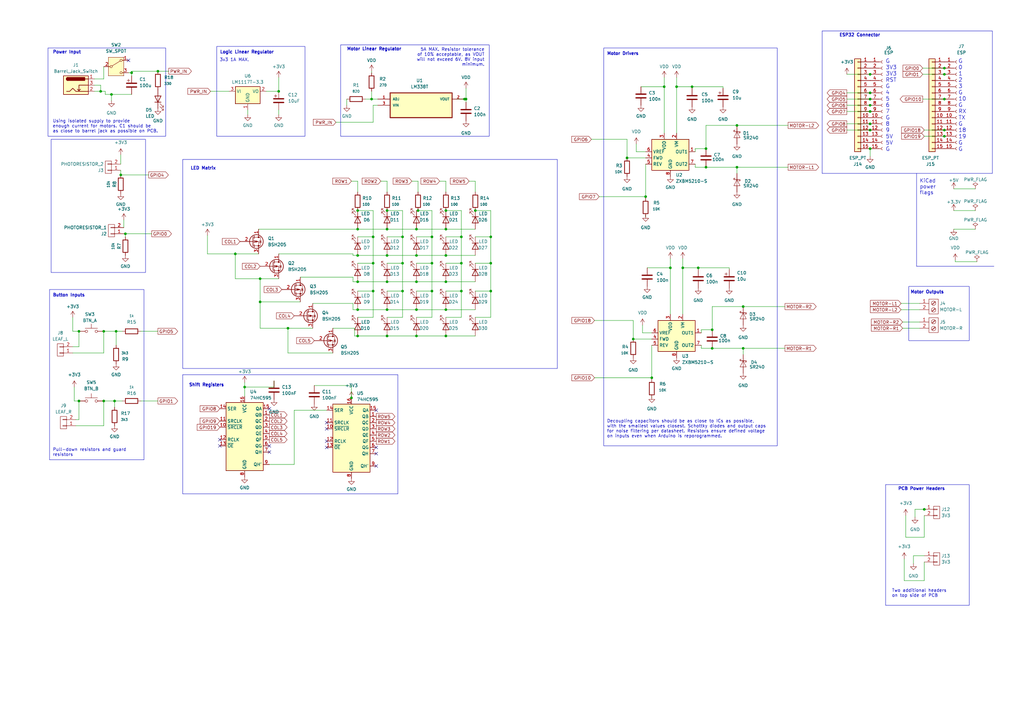
<source format=kicad_sch>
(kicad_sch (version 20230121) (generator eeschema)
  (paper "A3")
  (title_block (title "ESP32 Breadboard Robot Breakout") (date "2024-09-21") (rev "A") (company "C. Varney, A. Walker, K. Jones"))
  (junction (at 283.845 35.56))
  (junction (at 356.87 60.96))
  (junction (at 280.035 109.855))
  (junction (at 146.685 86.36))
  (junction (at 289.56 60.96))
  (junction (at 158.75 127))
  (junction (at 153.035 107.95))
  (junction (at 289.56 68.58))
  (junction (at 182.88 115.57))
  (junction (at 47.625 135.89))
  (junction (at 182.88 137.795))
  (junction (at 201.295 119.38))
  (junction (at 41.275 37.465))
  (junction (at 356.87 53.34))
  (junction (at 292.1 142.875))
  (junction (at 42.545 135.89))
  (junction (at 42.545 164.465))
  (junction (at 286.385 109.855))
  (junction (at 32.385 135.89))
  (junction (at 144.145 163.195))
  (junction (at 152.4 40.64))
  (junction (at 158.75 93.98))
  (junction (at 46.99 164.465))
  (junction (at 272.415 35.56))
  (junction (at 158.75 104.775))
  (junction (at 64.77 29.21))
  (junction (at 292.1 135.255))
  (junction (at 165.1 97.155))
  (junction (at 356.87 30.48))
  (junction (at 189.23 97.155))
  (junction (at 387.35 53.34))
  (junction (at 182.88 104.775))
  (junction (at 182.88 93.98))
  (junction (at 146.685 104.775))
  (junction (at 100.33 158.75))
  (junction (at 387.35 30.48))
  (junction (at 189.23 107.95))
  (junction (at 379.095 208.915))
  (junction (at 170.815 115.57))
  (junction (at 53.975 29.845))
  (junction (at 257.175 64.77))
  (junction (at 146.685 137.795))
  (junction (at 201.295 97.155))
  (junction (at 190.5 40.64))
  (junction (at 177.165 119.38))
  (junction (at 302.26 68.58))
  (junction (at 387.35 40.64))
  (junction (at 146.685 93.98))
  (junction (at 356.87 38.1))
  (junction (at 49.53 71.755))
  (junction (at 170.815 137.795))
  (junction (at 277.495 35.56))
  (junction (at 201.295 107.95))
  (junction (at 194.945 86.36))
  (junction (at 267.335 154.94))
  (junction (at 153.035 97.155))
  (junction (at 45.72 38.735))
  (junction (at 182.88 86.36))
  (junction (at 171.45 86.36))
  (junction (at 165.1 119.38))
  (junction (at 158.75 86.36))
  (junction (at 304.8 142.875))
  (junction (at 153.035 119.38))
  (junction (at 387.35 27.94))
  (junction (at 146.685 127))
  (junction (at 189.23 119.38))
  (junction (at 264.795 80.645))
  (junction (at 302.26 51.435))
  (junction (at 259.715 139.065))
  (junction (at 356.87 45.72))
  (junction (at 356.87 50.8))
  (junction (at 96.52 104.14))
  (junction (at 114.3 37.465))
  (junction (at 32.385 164.465))
  (junction (at 170.815 93.98))
  (junction (at 356.87 43.18))
  (junction (at 51.435 95.885))
  (junction (at 106.68 123.825))
  (junction (at 165.1 107.95))
  (junction (at 182.88 127))
  (junction (at 106.68 114.3))
  (junction (at 191.135 40.64))
  (junction (at 274.955 109.855))
  (junction (at 177.165 97.155))
  (junction (at 118.11 134.62))
  (junction (at 387.35 55.88))
  (junction (at 170.815 127))
  (junction (at 170.815 104.775))
  (junction (at 146.685 115.57))
  (junction (at 304.8 125.73))
  (junction (at 177.165 107.95))
  (junction (at 356.87 40.64))
  (junction (at 158.75 115.57))
  (junction (at 158.75 137.795))
  (no_connect (at 110.49 167.64))
  (no_connect (at 154.305 186.055))
  (no_connect (at 90.17 182.88))
  (no_connect (at 110.49 185.42))
  (no_connect (at 133.985 175.895))
  (no_connect (at 133.985 180.975))
  (no_connect (at 90.17 180.34))
  (no_connect (at 133.985 173.355))
  (no_connect (at 133.985 183.515))
  (no_connect (at 154.305 183.515))
  (no_connect (at 154.305 168.275))
  (no_connect (at 110.49 182.88))
  (no_connect (at 52.705 24.765))
  (no_connect (at 154.305 191.135))
  (wire (pts (xy 53.975 29.845) (xy 53.975 31.115)))
  (wire (pts (xy 171.45 78.74) (xy 171.45 74.295)))
  (wire (pts (xy 171.45 74.295) (xy 168.91 74.295)))
  (wire (pts (xy 123.19 113.665) (xy 144.78 113.665)))
  (wire (pts (xy 153.035 119.38) (xy 153.035 130.175)))
  (wire (pts (xy 144.78 104.14) (xy 144.78 104.775)))
  (wire (pts (xy 391.16 77.47) (xy 400.05 77.47)))
  (wire (pts (xy 144.78 115.57) (xy 146.685 115.57)))
  (wire (pts (xy 153.035 119.38) (xy 146.685 119.38)))
  (wire (pts (xy 32.385 164.465) (xy 30.48 164.465)))
  (wire (pts (xy 265.43 109.855) (xy 274.955 109.855)))
  (polyline (pts (xy 375.92 109.22) (xy 375.92 71.12)))
  (wire (pts (xy 259.715 139.065) (xy 259.715 131.445)))
  (wire (pts (xy 189.23 86.36) (xy 189.23 97.155)))
  (wire (pts (xy 100.33 156.845) (xy 100.33 158.75)))
  (wire (pts (xy 38.735 32.385) (xy 42.545 32.385)))
  (wire (pts (xy 158.75 137.795) (xy 170.815 137.795)))
  (wire (pts (xy 182.88 93.98) (xy 194.945 93.98)))
  (wire (pts (xy 267.335 136.525) (xy 263.525 136.525)))
  (wire (pts (xy 287.655 135.255) (xy 287.655 136.525)))
  (wire (pts (xy 144.78 124.46) (xy 144.78 127)))
  (wire (pts (xy 41.275 37.465) (xy 38.735 37.465)))
  (wire (pts (xy 201.295 97.155) (xy 201.295 107.95)))
  (wire (pts (xy 146.685 115.57) (xy 158.75 115.57)))
  (wire (pts (xy 144.145 158.115) (xy 144.145 163.195)))
  (wire (pts (xy 189.23 107.95) (xy 189.23 119.38)))
  (wire (pts (xy 286.385 109.855) (xy 286.385 110.49)))
  (wire (pts (xy 158.75 93.98) (xy 170.815 93.98)))
  (wire (pts (xy 189.23 119.38) (xy 189.23 130.175)))
  (wire (pts (xy 274.955 106.045) (xy 274.955 109.855)))
  (wire (pts (xy 170.815 86.36) (xy 171.45 86.36)))
  (wire (pts (xy 158.75 97.155) (xy 165.1 97.155)))
  (wire (pts (xy 38.735 34.925) (xy 41.275 34.925)))
  (wire (pts (xy 114.3 114.3) (xy 106.68 114.3)))
  (wire (pts (xy 370.205 134.62) (xy 377.19 134.62)))
  (wire (pts (xy 391.795 107.315) (xy 400.685 107.315)))
  (wire (pts (xy 31.115 172.085) (xy 32.385 172.085)))
  (wire (pts (xy 47.625 135.89) (xy 50.165 135.89)))
  (wire (pts (xy 182.88 74.295) (xy 180.34 74.295)))
  (wire (pts (xy 379.095 220.345) (xy 379.095 211.455)))
  (wire (pts (xy 182.88 127) (xy 194.945 127)))
  (wire (pts (xy 85.09 96.52) (xy 85.09 104.14)))
  (wire (pts (xy 96.52 104.14) (xy 96.52 114.3)))
  (wire (pts (xy 272.415 35.56) (xy 272.415 54.61)))
  (wire (pts (xy 120.65 190.5) (xy 120.65 168.275)))
  (wire (pts (xy 379.095 220.345) (xy 371.475 220.345)))
  (wire (pts (xy 146.685 137.795) (xy 158.75 137.795)))
  (wire (pts (xy 42.545 164.465) (xy 46.99 164.465)))
  (wire (pts (xy 378.46 27.94) (xy 387.35 27.94)))
  (wire (pts (xy 158.75 74.295) (xy 156.21 74.295)))
  (wire (pts (xy 100.33 158.75) (xy 100.33 162.56)))
  (wire (pts (xy 194.945 74.295) (xy 192.405 74.295)))
  (wire (pts (xy 194.945 97.155) (xy 201.295 97.155)))
  (wire (pts (xy 42.545 144.78) (xy 29.845 144.78)))
  (wire (pts (xy 136.525 134.62) (xy 145.415 134.62)))
  (wire (pts (xy 106.68 134.62) (xy 118.11 134.62)))
  (wire (pts (xy 145.415 137.795) (xy 146.685 137.795)))
  (wire (pts (xy 177.165 97.155) (xy 177.165 107.95)))
  (wire (pts (xy 369.57 127) (xy 377.19 127)))
  (wire (pts (xy 42.545 174.625) (xy 31.115 174.625)))
  (wire (pts (xy 170.815 104.775) (xy 182.88 104.775)))
  (wire (pts (xy 106.045 93.98) (xy 146.685 93.98)))
  (wire (pts (xy 114.3 104.14) (xy 144.78 104.14)))
  (wire (pts (xy 285.115 60.96) (xy 285.115 62.23)))
  (wire (pts (xy 53.975 29.21) (xy 64.77 29.21)))
  (wire (pts (xy 289.56 51.435) (xy 302.26 51.435)))
  (wire (pts (xy 259.715 131.445) (xy 243.84 131.445)))
  (wire (pts (xy 285.115 68.58) (xy 289.56 68.58)))
  (wire (pts (xy 243.84 154.94) (xy 267.335 154.94)))
  (wire (pts (xy 356.87 60.96) (xy 356.87 64.135)))
  (wire (pts (xy 146.685 74.295) (xy 144.145 74.295)))
  (wire (pts (xy 45.72 38.735) (xy 43.18 38.735)))
  (wire (pts (xy 262.89 35.56) (xy 272.415 35.56)))
  (wire (pts (xy 292.1 125.73) (xy 304.8 125.73)))
  (wire (pts (xy 112.395 158.75) (xy 112.395 156.21)))
  (wire (pts (xy 391.16 93.98) (xy 400.05 93.98)))
  (wire (pts (xy 194.945 78.74) (xy 194.945 74.295)))
  (wire (pts (xy 154.94 43.18) (xy 153.035 43.18)))
  (wire (pts (xy 128.27 124.46) (xy 144.78 124.46)))
  (wire (pts (xy 257.175 64.77) (xy 257.175 57.15)))
  (wire (pts (xy 177.165 119.38) (xy 177.165 130.175)))
  (wire (pts (xy 43.18 38.735) (xy 43.18 37.465)))
  (wire (pts (xy 109.22 37.465) (xy 114.3 37.465)))
  (wire (pts (xy 182.88 86.36) (xy 189.23 86.36)))
  (wire (pts (xy 49.53 63.5) (xy 49.53 67.31)))
  (wire (pts (xy 128.905 158.115) (xy 144.145 158.115)))
  (wire (pts (xy 42.545 32.385) (xy 42.545 27.305)))
  (wire (pts (xy 106.68 123.825) (xy 106.68 134.62)))
  (wire (pts (xy 153.035 107.95) (xy 153.035 119.38)))
  (wire (pts (xy 194.945 86.36) (xy 201.295 86.36)))
  (wire (pts (xy 379.095 227.965) (xy 374.65 227.965)))
  (wire (pts (xy 96.52 104.14) (xy 85.09 104.14)))
  (wire (pts (xy 51.435 95.885) (xy 62.23 95.885)))
  (wire (pts (xy 153.035 130.175) (xy 146.685 130.175)))
  (wire (pts (xy 347.345 43.18) (xy 356.87 43.18)))
  (wire (pts (xy 289.56 51.435) (xy 289.56 60.96)))
  (wire (pts (xy 187.325 40.64) (xy 190.5 40.64)))
  (wire (pts (xy 41.275 34.925) (xy 41.275 37.465)))
  (wire (pts (xy 257.175 57.15) (xy 242.57 57.15)))
  (wire (pts (xy 378.46 40.64) (xy 387.35 40.64)))
  (wire (pts (xy 182.88 137.795) (xy 194.945 137.795)))
  (wire (pts (xy 375.285 208.915) (xy 375.285 212.09)))
  (wire (pts (xy 201.295 130.175) (xy 194.945 130.175)))
  (wire (pts (xy 201.295 107.95) (xy 194.945 107.95)))
  (wire (pts (xy 165.1 119.38) (xy 165.1 130.175)))
  (wire (pts (xy 260.985 62.23) (xy 260.985 59.055)))
  (wire (pts (xy 189.23 107.95) (xy 182.88 107.95)))
  (wire (pts (xy 201.295 107.95) (xy 201.295 119.38)))
  (wire (pts (xy 42.545 164.465) (xy 42.545 174.625)))
  (wire (pts (xy 189.23 130.175) (xy 182.88 130.175)))
  (wire (pts (xy 101.6 45.085) (xy 101.6 46.99)))
  (wire (pts (xy 190.5 40.64) (xy 191.135 40.64)))
  (wire (pts (xy 29.845 142.24) (xy 32.385 142.24)))
  (wire (pts (xy 304.8 125.73) (xy 321.945 125.73)))
  (wire (pts (xy 165.1 130.175) (xy 158.75 130.175)))
  (wire (pts (xy 264.795 62.23) (xy 260.985 62.23)))
  (wire (pts (xy 64.77 135.89) (xy 57.785 135.89)))
  (wire (pts (xy 277.495 35.56) (xy 277.495 54.61)))
  (wire (pts (xy 182.88 115.57) (xy 194.945 115.57)))
  (wire (pts (xy 106.68 114.3) (xy 106.68 123.825)))
  (wire (pts (xy 264.795 88.9) (xy 264.795 88.265)))
  (wire (pts (xy 391.16 86.36) (xy 400.05 86.36)))
  (wire (pts (xy 321.945 142.875) (xy 304.8 142.875)))
  (wire (pts (xy 347.345 40.64) (xy 356.87 40.64)))
  (wire (pts (xy 158.75 78.74) (xy 158.75 74.295)))
  (wire (pts (xy 114.3 31.75) (xy 114.3 37.465)))
  (wire (pts (xy 280.035 109.855) (xy 280.035 128.905)))
  (wire (pts (xy 171.45 86.36) (xy 177.165 86.36)))
  (wire (pts (xy 32.385 142.24) (xy 32.385 135.89)))
  (wire (pts (xy 60.96 71.755) (xy 49.53 71.755)))
  (wire (pts (xy 153.035 50.165) (xy 137.795 50.165)))
  (wire (pts (xy 177.165 130.175) (xy 170.815 130.175)))
  (wire (pts (xy 379.095 238.125) (xy 370.84 238.125)))
  (wire (pts (xy 374.65 227.965) (xy 374.65 231.14)))
  (wire (pts (xy 64.77 29.21) (xy 69.215 29.21)))
  (wire (pts (xy 379.095 53.34) (xy 387.35 53.34)))
  (wire (pts (xy 170.815 97.155) (xy 177.165 97.155)))
  (wire (pts (xy 201.295 119.38) (xy 194.945 119.38)))
  (wire (pts (xy 285.115 60.96) (xy 289.56 60.96)))
  (wire (pts (xy 267.335 163.195) (xy 267.335 162.56)))
  (wire (pts (xy 177.165 107.95) (xy 170.815 107.95)))
  (wire (pts (xy 356.87 30.48) (xy 347.345 30.48)))
  (wire (pts (xy 146.685 78.74) (xy 146.685 74.295)))
  (wire (pts (xy 272.415 31.75) (xy 272.415 35.56)))
  (wire (pts (xy 114.3 45.085) (xy 114.3 46.99)))
  (wire (pts (xy 286.385 109.855) (xy 299.085 109.855)))
  (wire (pts (xy 379.095 208.915) (xy 375.285 208.915)))
  (wire (pts (xy 371.475 211.455) (xy 371.475 220.345)))
  (wire (pts (xy 287.655 135.255) (xy 292.1 135.255)))
  (wire (pts (xy 201.295 119.38) (xy 201.295 130.175)))
  (wire (pts (xy 30.48 158.75) (xy 30.48 164.465)))
  (wire (pts (xy 347.345 38.1) (xy 356.87 38.1)))
  (wire (pts (xy 289.56 68.58) (xy 302.26 68.58)))
  (wire (pts (xy 379.73 208.915) (xy 379.095 208.915)))
  (wire (pts (xy 45.72 38.735) (xy 45.72 41.275)))
  (wire (pts (xy 96.52 114.3) (xy 106.68 114.3)))
  (wire (pts (xy 267.335 141.605) (xy 267.335 154.94)))
  (wire (pts (xy 158.75 86.36) (xy 165.1 86.36)))
  (wire (pts (xy 201.295 86.36) (xy 201.295 97.155)))
  (wire (pts (xy 182.88 78.74) (xy 182.88 74.295)))
  (wire (pts (xy 146.685 127) (xy 158.75 127)))
  (wire (pts (xy 64.77 164.465) (xy 57.785 164.465)))
  (wire (pts (xy 264.795 67.31) (xy 264.795 80.645)))
  (wire (pts (xy 189.23 97.155) (xy 189.23 107.95)))
  (wire (pts (xy 146.685 104.775) (xy 158.75 104.775)))
  (wire (pts (xy 165.1 107.95) (xy 158.75 107.95)))
  (wire (pts (xy 165.1 97.155) (xy 165.1 107.95)))
  (wire (pts (xy 144.78 127) (xy 146.685 127)))
  (wire (pts (xy 32.385 135.89) (xy 29.845 135.89)))
  (wire (pts (xy 191.135 36.195) (xy 191.135 40.64)))
  (wire (pts (xy 369.57 124.46) (xy 377.19 124.46)))
  (wire (pts (xy 165.1 119.38) (xy 158.75 119.38)))
  (wire (pts (xy 46.99 164.465) (xy 50.165 164.465)))
  (wire (pts (xy 144.78 113.665) (xy 144.78 115.57)))
  (wire (pts (xy 170.815 93.98) (xy 182.88 93.98)))
  (wire (pts (xy 110.49 190.5) (xy 120.65 190.5)))
  (wire (pts (xy 170.815 127) (xy 182.88 127)))
  (wire (pts (xy 100.33 158.75) (xy 112.395 158.75)))
  (wire (pts (xy 182.88 97.155) (xy 189.23 97.155)))
  (wire (pts (xy 245.745 80.645) (xy 264.795 80.645)))
  (wire (pts (xy 264.795 80.645) (xy 264.795 81.28)))
  (wire (pts (xy 42.545 135.89) (xy 42.545 144.78)))
  (wire (pts (xy 52.705 29.845) (xy 53.975 29.845)))
  (wire (pts (xy 170.815 115.57) (xy 182.88 115.57)))
  (wire (pts (xy 118.11 134.62) (xy 118.11 144.78)))
  (wire (pts (xy 280.035 109.855) (xy 286.385 109.855)))
  (wire (pts (xy 182.88 104.775) (xy 194.945 104.775)))
  (wire (pts (xy 49.53 71.755) (xy 49.53 69.85)))
  (wire (pts (xy 165.1 86.36) (xy 165.1 97.155)))
  (wire (pts (xy 177.165 107.95) (xy 177.165 119.38)))
  (wire (pts (xy 277.495 35.56) (xy 283.845 35.56)))
  (wire (pts (xy 86.36 37.465) (xy 93.98 37.465)))
  (wire (pts (xy 152.4 29.21) (xy 152.4 29.845)))
  (wire (pts (xy 302.26 71.12) (xy 302.26 68.58)))
  (wire (pts (xy 191.135 40.64) (xy 191.135 41.91)))
  (wire (pts (xy 287.655 142.875) (xy 292.1 142.875)))
  (wire (pts (xy 118.11 144.78) (xy 136.525 144.78)))
  (wire (pts (xy 283.845 35.56) (xy 296.545 35.56)))
  (wire (pts (xy 280.035 106.045) (xy 280.035 109.855)))
  (wire (pts (xy 347.345 53.34) (xy 356.87 53.34)))
  (wire (pts (xy 145.415 134.62) (xy 145.415 137.795)))
  (wire (pts (xy 96.52 103.505) (xy 96.52 104.14)))
  (wire (pts (xy 153.035 97.155) (xy 153.035 107.95)))
  (wire (pts (xy 292.1 142.875) (xy 304.8 142.875)))
  (wire (pts (xy 259.715 139.065) (xy 267.335 139.065)))
  (wire (pts (xy 149.86 40.64) (xy 152.4 40.64)))
  (wire (pts (xy 285.115 68.58) (xy 285.115 67.31)))
  (wire (pts (xy 370.205 132.08) (xy 377.19 132.08)))
  (wire (pts (xy 391.795 106.68) (xy 391.795 107.315)))
  (wire (pts (xy 47.625 135.89) (xy 47.625 141.605)))
  (polyline (pts (xy 407.67 109.22) (xy 375.92 109.22)))
  (wire (pts (xy 153.035 86.36) (xy 153.035 97.155)))
  (wire (pts (xy 158.75 127) (xy 170.815 127)))
  (wire (pts (xy 292.1 125.73) (xy 292.1 135.255)))
  (wire (pts (xy 287.655 142.875) (xy 287.655 141.605)))
  (wire (pts (xy 158.75 115.57) (xy 170.815 115.57)))
  (wire (pts (xy 32.385 172.085) (xy 32.385 164.465)))
  (wire (pts (xy 302.26 51.435) (xy 323.215 51.435)))
  (wire (pts (xy 189.23 119.38) (xy 182.88 119.38)))
  (wire (pts (xy 146.685 86.36) (xy 153.035 86.36)))
  (wire (pts (xy 379.095 55.88) (xy 387.35 55.88)))
  (wire (pts (xy 274.955 109.855) (xy 274.955 128.905)))
  (wire (pts (xy 43.18 37.465) (xy 41.275 37.465)))
  (wire (pts (xy 29.845 130.175) (xy 29.845 135.89)))
  (wire (pts (xy 263.525 136.525) (xy 263.525 133.35)))
  (wire (pts (xy 379.095 230.505) (xy 379.095 238.125)))
  (wire (pts (xy 177.165 86.36) (xy 177.165 97.155)))
  (wire (pts (xy 51.435 95.885) (xy 50.8 95.885)))
  (wire (pts (xy 153.035 43.18) (xy 153.035 50.165)))
  (wire (pts (xy 144.78 104.775) (xy 146.685 104.775)))
  (wire (pts (xy 323.215 68.58) (xy 302.26 68.58)))
  (wire (pts (xy 118.11 134.62) (xy 128.27 134.62)))
  (wire (pts (xy 96.52 104.14) (xy 106.045 104.14)))
  (wire (pts (xy 378.46 30.48) (xy 387.35 30.48)))
  (wire (pts (xy 53.975 29.21) (xy 53.975 29.845)))
  (wire (pts (xy 347.345 45.72) (xy 356.87 45.72)))
  (wire (pts (xy 267.335 154.94) (xy 267.335 155.575)))
  (wire (pts (xy 106.68 123.825) (xy 123.19 123.825)))
  (wire (pts (xy 42.545 135.89) (xy 47.625 135.89)))
  (wire (pts (xy 257.175 64.77) (xy 264.795 64.77)))
  (wire (pts (xy 142.24 40.64) (xy 142.24 43.18)))
  (wire (pts (xy 50.8 90.17) (xy 50.8 93.345)))
  (wire (pts (xy 177.165 119.38) (xy 170.815 119.38)))
  (wire (pts (xy 152.4 40.64) (xy 154.94 40.64)))
  (wire (pts (xy 46.99 167.005) (xy 46.99 164.465)))
  (wire (pts (xy 146.685 93.98) (xy 158.75 93.98)))
  (wire (pts (xy 299.085 109.855) (xy 299.085 110.49)))
  (wire (pts (xy 153.035 107.95) (xy 146.685 107.95)))
  (wire (pts (xy 53.975 38.735) (xy 45.72 38.735)))
  (wire (pts (xy 304.8 145.415) (xy 304.8 142.875)))
  (wire (pts (xy 296.545 35.56) (xy 296.545 36.195)))
  (wire (pts (xy 283.845 35.56) (xy 283.845 36.195)))
  (wire (pts (xy 347.345 50.8) (xy 356.87 50.8)))
  (wire (pts (xy 146.685 97.155) (xy 153.035 97.155)))
  (wire (pts (xy 277.495 31.75) (xy 277.495 35.56)))
  (wire (pts (xy 152.4 37.465) (xy 152.4 40.64)))
  (wire (pts (xy 120.65 168.275) (xy 133.985 168.275)))
  (wire (pts (xy 158.75 104.775) (xy 170.815 104.775)))
  (wire (pts (xy 51.435 97.155) (xy 51.435 95.885)))
  (wire (pts (xy 170.815 137.795) (xy 182.88 137.795)))
  (wire (pts (xy 370.84 229.235) (xy 370.84 238.125)))
  (wire (pts (xy 165.1 107.95) (xy 165.1 119.38)))
  (rectangle (start 74.93 65.405) (end 228.6 151.13))
  (rectangle (start 247.65 19.685) (end 318.77 182.88))
  (rectangle (start 19.685 19.685) (end 67.945 55.88))
  (rectangle (start 363.22 198.755) (end 397.51 248.285))
  (rectangle (start 88.9 19.05) (end 125.095 55.88))
  (rectangle (start 74.93 153.67) (end 163.195 202.565))
  (rectangle (start 139.7 18.415) (end 200.66 55.88))
  (rectangle (start 337.185 12.7) (end 407.035 71.12))
  (rectangle (start 372.745 117.475) (end 397.51 139.7))
  (rectangle (start 20.955 57.15) (end 59.69 111.76))
  (rectangle (start 20.32 118.745) (end 59.055 188.595))
  (text "5A MAX. Resistor tolerance\nof 10% acceptable, as VOUT\nwill not exceed 6V. 8V input\nminimum." (at 198.755 27.305 0) (effects (font (size 1.27 1.27)) (justify right bottom)))
  (text "Motor Outputs" (at 373.38 120.65 0) (effects (font (size 1.27 1.27) bold) (justify left bottom)))
  (text "Motor Linear Regulator" (at 142.24 20.955 0) (effects (font (size 1.27 1.27) bold) (justify left bottom)))
  (text "G\n3V3\n3V3\nRST\nG\n4\n5\n6\n7\nG\n8\n9\n5V\n5V\nG" (at 363.22 62.23 0) (effects (font (size 1.6 1.6)) (justify left bottom)))
  (text "Button Inputs" (at 21.59 121.92 0) (effects (font (size 1.27 1.27) (thickness 0.254) bold) (justify left bottom)))
  (text "Two additional headers\non top side of PCB" (at 365.76 245.11 0) (effects (font (size 1.27 1.27)) (justify left bottom)))
  (text "3v3 1A MAX." (at 102.235 25.4 0) (effects (font (size 1.27 1.27)) (justify right bottom)))
  (text "LED Matrix" (at 78.105 69.85 0) (effects (font (size 1.27 1.27) bold) (justify left bottom)))
  (text "KiCad \npower \nflags" (at 377.19 80.01 0) (effects (font (size 1.4986 1.4986)) (justify left bottom)))
  (text "Motor Drivers" (at 248.92 22.86 0) (effects (font (size 1.27 1.27) (thickness 0.254) bold) (justify left bottom)))
  (text "Logic Linear Regulator" (at 90.17 22.225 0) (effects (font (size 1.27 1.27) bold) (justify left bottom)))
  (text "G\n0\n1\n2\n3\nG\n10\nG\nRX\nTX\nG\n18\n19\nG\nG" (at 393.065 62.23 0) (effects (font (size 1.6 1.6)) (justify left bottom)))
  (text "Pull-down resistors and guard\nresistors" (at 21.59 187.325 0) (effects (font (size 1.27 1.27)) (justify left bottom)))
  (text "Shift Registers" (at 77.47 158.75 0) (effects (font (size 1.27 1.27) bold) (justify left bottom)))
  (text "Decoupling capacitors should be as close to ICs as possible,\nwith the smallest values closest. Schottky diodes and output caps\nfor noise filtering per datasheet. Resistors ensure defined voltage\non inputs even when Arduino is reporogrammed." (at 248.92 179.705 0) (effects (font (size 1.27 1.27)) (justify left bottom)))
  (text "PCB Power Headers" (at 368.3 201.295 0) (effects (font (size 1.27 1.27) bold) (justify left bottom)))
  (text "ESP32 Connector" (at 344.17 15.24 0) (effects (font (size 1.27 1.27) (thickness 0.254) bold) (justify left bottom)))
  (text "Using isolated supply to provide\nenough current for motors. C1 should be \nas close to barrel jack as possible on PCB." (at 21.59 54.61 0) (effects (font (size 1.27 1.27)) (justify left bottom)))
  (text "Power Input" (at 21.59 22.225 0) (effects (font (size 1.27 1.27) bold) (justify left bottom)))
  (global_label "MOTOR-L2" (shape output) (at 323.215 51.435 0) (property "Intersheetrefs" "${INTERSHEET_REFS}" (effects hide)))
  (global_label "MOTOR-R1" (shape output) (at 321.945 142.875 0) (property "Intersheetrefs" "${INTERSHEET_REFS}" (effects hide)))
  (global_label "ROW3" (shape input) (at 168.91 74.295 180) (property "Intersheetrefs" "${INTERSHEET_REFS}" (effects hide)))
  (global_label "COL2" (shape input) (at 106.68 109.22 180) (property "Intersheetrefs" "${INTERSHEET_REFS}" (effects hide)))
  (global_label "GPIO7" (shape input) (at 245.745 80.645 180) (property "Intersheetrefs" "${INTERSHEET_REFS}" (effects hide)))
  (global_label "COL4" (shape output) (at 110.49 177.8 0) (property "Intersheetrefs" "${INTERSHEET_REFS}" (effects hide)))
  (global_label "GPIO0" (shape input) (at 378.46 27.94 180) (property "Intersheetrefs" "${INTERSHEET_REFS}" (effects hide)))
  (global_label "COL2" (shape output) (at 110.49 172.72 0) (property "Intersheetrefs" "${INTERSHEET_REFS}" (effects hide)))
  (global_label "MOTOR-R1" (shape input) (at 370.205 134.62 180) (property "Intersheetrefs" "${INTERSHEET_REFS}" (effects hide)))
  (global_label "GPIO0" (shape output) (at 62.23 95.885 0) (property "Intersheetrefs" "${INTERSHEET_REFS}" (effects hide)))
  (global_label "GPIO7" (shape output) (at 347.345 45.72 180) (property "Intersheetrefs" "${INTERSHEET_REFS}" (effects hide)))
  (global_label "GPIO19" (shape input) (at 379.095 55.88 180) (property "Intersheetrefs" "${INTERSHEET_REFS}" (effects hide)))
  (global_label "GPIO19" (shape input) (at 90.17 175.26 180) (property "Intersheetrefs" "${INTERSHEET_REFS}" (effects hide)))
  (global_label "MOTOR-L1" (shape input) (at 369.57 124.46 180) (property "Intersheetrefs" "${INTERSHEET_REFS}" (effects hide)))
  (global_label "ROW2" (shape output) (at 154.305 178.435 0) (property "Intersheetrefs" "${INTERSHEET_REFS}" (effects hide)))
  (global_label "ROW1" (shape input) (at 144.145 74.295 180) (property "Intersheetrefs" "${INTERSHEET_REFS}" (effects hide)))
  (global_label "MOTOR-L1" (shape output) (at 323.215 68.58 0) (property "Intersheetrefs" "${INTERSHEET_REFS}" (effects hide)))
  (global_label "GPIO9" (shape output) (at 347.345 53.34 180) (property "Intersheetrefs" "${INTERSHEET_REFS}" (effects hide)))
  (global_label "GPIO4" (shape output) (at 60.96 71.755 0) (property "Intersheetrefs" "${INTERSHEET_REFS}" (effects hide)))
  (global_label "GPIO9" (shape input) (at 90.17 172.72 180) (property "Intersheetrefs" "${INTERSHEET_REFS}" (effects hide)))
  (global_label "MOTOR-R2" (shape input) (at 370.205 132.08 180) (property "Intersheetrefs" "${INTERSHEET_REFS}" (effects hide)))
  (global_label "MOTOR-R2" (shape output) (at 321.945 125.73 0) (property "Intersheetrefs" "${INTERSHEET_REFS}" (effects hide)))
  (global_label "GPIO10" (shape output) (at 378.46 40.64 180) (property "Intersheetrefs" "${INTERSHEET_REFS}" (effects hide)))
  (global_label "COL3" (shape input) (at 115.57 118.745 180) (property "Intersheetrefs" "${INTERSHEET_REFS}" (effects hide)))
  (global_label "GPIO18" (shape input) (at 243.84 131.445 180) (property "Intersheetrefs" "${INTERSHEET_REFS}" (effects hide)))
  (global_label "COL1" (shape input) (at 98.425 99.06 180) (property "Intersheetrefs" "${INTERSHEET_REFS}" (effects hide)))
  (global_label "ROW3" (shape output) (at 154.305 175.895 0) (property "Intersheetrefs" "${INTERSHEET_REFS}" (effects hide)))
  (global_label "ROW4" (shape input) (at 180.34 74.295 180) (property "Intersheetrefs" "${INTERSHEET_REFS}" (effects hide)))
  (global_label "COL5" (shape output) (at 110.49 180.34 0) (property "Intersheetrefs" "${INTERSHEET_REFS}" (effects hide)))
  (global_label "PWR_IN" (shape input) (at 137.795 50.165 180) (property "Intersheetrefs" "${INTERSHEET_REFS}" (effects hide)))
  (global_label "ROW2" (shape input) (at 156.21 74.295 180) (property "Intersheetrefs" "${INTERSHEET_REFS}" (effects hide)))
  (global_label "GPIO1" (shape output) (at 64.77 164.465 0) (property "Intersheetrefs" "${INTERSHEET_REFS}" (effects hide)))
  (global_label "GPIO6" (shape input) (at 242.57 57.15 180) (property "Intersheetrefs" "${INTERSHEET_REFS}" (effects hide)))
  (global_label "COL4" (shape input) (at 120.65 129.54 180) (property "Intersheetrefs" "${INTERSHEET_REFS}" (effects hide)))
  (global_label "GPIO4" (shape output) (at 347.345 38.1 180) (property "Intersheetrefs" "${INTERSHEET_REFS}" (effects hide)))
  (global_label "GPIO8" (shape input) (at 90.17 167.64 180) (property "Intersheetrefs" "${INTERSHEET_REFS}" (effects hide)))
  (global_label "PWR_IN" (shape input) (at 86.36 37.465 180) (property "Intersheetrefs" "${INTERSHEET_REFS}" (effects hide)))
  (global_label "GPIO5" (shape output) (at 64.77 135.89 0) (property "Intersheetrefs" "${INTERSHEET_REFS}" (effects hide)))
  (global_label "GPIO18" (shape input) (at 379.095 53.34 180) (property "Intersheetrefs" "${INTERSHEET_REFS}" (effects hide)))
  (global_label "COL1" (shape output) (at 110.49 170.18 0) (property "Intersheetrefs" "${INTERSHEET_REFS}" (effects hide)))
  (global_label "MOTOR-L2" (shape input) (at 369.57 127 180) (property "Intersheetrefs" "${INTERSHEET_REFS}" (effects hide)))
  (global_label "GPIO5" (shape output) (at 347.345 40.64 180) (property "Intersheetrefs" "${INTERSHEET_REFS}" (effects hide)))
  (global_label "GPIO1" (shape input) (at 378.46 30.48 180) (property "Intersheetrefs" "${INTERSHEET_REFS}" (effects hide)))
  (global_label "GPIO8" (shape output) (at 347.345 50.8 180) (property "Intersheetrefs" "${INTERSHEET_REFS}" (effects hide)))
  (global_label "COL3" (shape output) (at 110.49 175.26 0) (property "Intersheetrefs" "${INTERSHEET_REFS}" (effects hide)))
  (global_label "ROW5" (shape input) (at 192.405 74.295 180) (property "Intersheetrefs" "${INTERSHEET_REFS}" (effects hide)))
  (global_label "GPIO6" (shape output) (at 347.345 43.18 180) (property "Intersheetrefs" "${INTERSHEET_REFS}" (effects hide)))
  (global_label "GPIO10" (shape input) (at 243.84 154.94 180) (property "Intersheetrefs" "${INTERSHEET_REFS}" (effects hide)))
  (global_label "PWR_IN" (shape output) (at 69.215 29.21 0) (property "Intersheetrefs" "${INTERSHEET_REFS}" (effects hide)))
  (global_label "ROW1" (shape output) (at 154.305 180.975 0) (property "Intersheetrefs" "${INTERSHEET_REFS}" (effects hide)))
  (global_label "ROW5" (shape output) (at 154.305 170.815 0) (property "Intersheetrefs" "${INTERSHEET_REFS}" (effects hide)))
  (global_label "COL5" (shape input) (at 128.905 139.7 180) (property "Intersheetrefs" "${INTERSHEET_REFS}" (effects hide)))
  (global_label "ROW4" (shape output) (at 154.305 173.355 0) (property "Intersheetrefs" "${INTERSHEET_REFS}" (effects hide)))
  (symbol (lib_id "Driver_Motor:ZXBM5210-S") (at 277.495 139.065 0) (unit 1)
    (property "Reference" "U3" (at 279.6891 146.05 0) (effects (justify left)))
    (property "Value" "ZXBM5210-S" (at 279.6891 148.59 0) (effects (justify left)))
    (property "Footprint" "Package_SO:SOIC-8_3.9x4.9mm_P1.27mm" (effects hide))
    (property "Datasheet" "https://www.diodes.com/assets/Datasheets/ZXBM5210.pdf" (effects hide))
  )
  (symbol (lib_id "74xx:74HC595") (at 144.145 178.435 0) (unit 1)
    (property "Reference" "U5" (at 146.3391 161.29 0) (effects (justify left)))
    (property "Value" "74HC595" (at 146.3391 163.83 0) (effects (justify left)))
    (property "Footprint" "Package_SO:SOIC-16_4.55x10.3mm_P1.27mm" (effects hide))
    (property "Datasheet" "http://www.ti.com/lit/ds/symlink/sn74hc595.pdf" (effects hide))
  )
  (symbol (lib_id "power:+5V") (at 391.16 77.47 0) (unit 1)
    (property "Reference" "#PWR038" (effects hide))
    (property "Value" "+5V" (at 391.16 73.914 0))
  )
  (symbol (lib_id "power:GND") (at 114.3 46.99 0) (unit 1)
    (property "Reference" "#PWR034" (effects hide))
    (property "Value" "GND" (at 114.3 51.435 0))
  )
  (symbol (lib_id "power:GND") (at 283.845 43.815 0) (unit 1)
    (property "Reference" "#PWR024" (effects hide))
    (property "Value" "GND" (at 283.845 48.895 0))
  )
  (symbol (lib_id "enel200_uc_kicad7:UC_D_SCHOTTKY") (at 304.8 129.54 90) (unit 1)
    (property "Reference" "D3" (at 308.61 128.905 90))
    (property "Value" "SR240" (at 310.515 130.81 90))
    (property "Footprint" "Diode_THT:D_DO-35_SOD27_P2.54mm_Vertical_AnodeUp" (effects hide))
  )
  (symbol (lib_id "power:GND") (at 46.99 174.625 0) (unit 1)
    (property "Reference" "#PWR047" (effects hide))
    (property "Value" "GND" (at 46.99 179.07 0))
  )
  (symbol (lib_id "power:VDD") (at 263.525 133.35 0) (unit 1)
    (property "Reference" "#PWR014" (effects hide))
    (property "Value" "VDD" (at 263.525 128.27 0))
  )
  (symbol (lib_id "enel200_uc_kicad7:UC_R") (at 267.335 159.385 0) (unit 1)
    (property "Reference" "R6" (at 271.78 157.48 0))
    (property "Value" "10K" (at 271.78 160.02 0) (effects (font (size 1.016 1.016))))
    (property "Footprint" "Resistor_THT:R_Axial_DIN0207_L6.3mm_D2.5mm_P2.54mm_Vertical" (effects hide))
  )
  (symbol (lib_id "power:GND") (at 296.545 43.815 0) (unit 1)
    (property "Reference" "#PWR026" (effects hide))
    (property "Value" "GND" (at 296.545 48.895 0))
  )
  (symbol (lib_id "Device:LED") (at 194.945 111.76 270) (unit 1)
    (property "Reference" "D28" (at 200.025 112.395 90) (effects (justify right)))
    (property "Value" "LED" (at 200.025 109.855 90) (effects (justify right)))
    (property "Footprint" "LED_SMD:LED_1206_3216Metric_Pad1.42x1.75mm_HandSolder" (effects hide))
  )
  (symbol (lib_id "power:GND") (at 277.495 146.685 0) (unit 1)
    (property "Reference" "#PWR022" (effects hide))
    (property "Value" "GND" (at 277.495 151.13 0))
  )
  (symbol (lib_id "enel200_uc_kicad7:UC_CONN_01X02") (at 26.035 173.355 180) (unit 1)
    (property "Reference" "J9" (at 26.035 166.37 0))
    (property "Value" "LEAF_R" (at 26.035 168.91 0))
    (property "Footprint" "Connector_PinHeader_2.54mm:PinHeader_1x02_P2.54mm_Vertical" (effects hide))
  )
  (symbol (lib_id "power:GND") (at 100.33 195.58 0) (unit 1)
    (property "Reference" "#PWR042" (effects hide))
    (property "Value" "GND" (at 100.33 200.025 0))
  )
  (symbol (lib_id "power:+3.3V") (at 391.16 86.36 0) (unit 1)
    (property "Reference" "#PWR039" (effects hide))
    (property "Value" "+3.3V" (at 391.16 82.804 0))
  )
  (symbol (lib_id "power:GND") (at 144.145 196.215 0) (unit 1)
    (property "Reference" "#PWR043" (effects hide))
    (property "Value" "GND" (at 144.145 200.66 0))
  )
  (symbol (lib_id "Device:LED") (at 170.815 90.17 270) (unit 1)
    (property "Reference" "D16" (at 175.895 90.17 90) (effects (justify right)))
    (property "Value" "LED" (at 175.895 87.63 90) (effects (justify right)))
    (property "Footprint" "LED_SMD:LED_1206_3216Metric_Pad1.42x1.75mm_HandSolder" (effects hide))
  )
  (symbol (lib_id "enel200_uc_kicad7:UC_C") (at 283.845 40.005 0) (unit 1)
    (property "Reference" "C5" (at 287.655 38.735 0) (effects (justify left)))
    (property "Value" "100n" (at 287.655 41.275 0) (effects (justify left)))
    (property "Footprint" "Capacitor_THT:C_Rect_L4.6mm_W3.0mm_P2.50mm_MKS02_FKP02" (effects hide))
  )
  (symbol (lib_id "enel200_uc_kicad7:UC_CP") (at 53.975 34.925 0) (unit 1)
    (property "Reference" "C1" (at 57.15 32.534 0) (effects (justify left)))
    (property "Value" "100u" (at 57.15 35.074 0) (effects (justify left)))
    (property "Footprint" "Capacitor_THT:CP_Radial_D8.0mm_P3.50mm" (effects hide))
  )
  (symbol (lib_id "enel200_uc_kicad7:UC_SW_Push") (at 37.465 135.89 0) (unit 1)
    (property "Reference" "SW3" (at 36.83 128.905 0))
    (property "Value" "BTN_A" (at 36.83 131.445 0))
    (property "Footprint" "Button_Switch_THT:SW_PUSH_6mm_H5mm" (effects hide))
  )
  (symbol (lib_id "74xx:74HC595") (at 100.33 177.8 0) (unit 1)
    (property "Reference" "U4" (at 102.5241 160.655 0) (effects (justify left)))
    (property "Value" "74HC595" (at 102.5241 163.195 0) (effects (justify left)))
    (property "Footprint" "Package_SO:SOIC-16_4.55x10.3mm_P1.27mm" (effects hide))
    (property "Datasheet" "http://www.ti.com/lit/ds/symlink/sn74hc595.pdf" (effects hide))
  )
  (symbol (lib_id "power:PWR_FLAG") (at 400.05 77.47 0) (unit 1)
    (property "Reference" "#FLG01" (effects hide))
    (property "Value" "PWR_FLAG" (at 400.05 73.66 0))
  )
  (symbol (lib_id "Device:LED") (at 158.75 123.19 270) (unit 1)
    (property "Reference" "D14" (at 163.83 123.825 90) (effects (justify right)))
    (property "Value" "LED" (at 163.83 121.285 90) (effects (justify right)))
    (property "Footprint" "LED_SMD:LED_1206_3216Metric_Pad1.42x1.75mm_HandSolder" (effects hide))
  )
  (symbol (lib_id "power:+3V3") (at 49.53 63.5 0) (unit 1)
    (property "Reference" "#PWR057" (effects hide))
    (property "Value" "+3V3" (at 49.53 58.42 0))
  )
  (symbol (lib_id "power:GND") (at 47.625 149.225 0) (unit 1)
    (property "Reference" "#PWR045" (effects hide))
    (property "Value" "GND" (at 47.625 153.67 0))
  )
  (symbol (lib_id "power:VDD") (at 191.135 36.195 0) (unit 1)
    (property "Reference" "#PWR08" (effects hide))
    (property "Value" "VDD" (at 191.135 31.75 0))
  )
  (symbol (lib_id "power:+3V3") (at 85.09 96.52 0) (unit 1)
    (property "Reference" "#PWR05" (effects hide))
    (property "Value" "+3V3" (at 85.09 92.075 0))
  )
  (symbol (lib_id "Device:LED") (at 182.88 90.17 270) (unit 1)
    (property "Reference" "D21" (at 187.96 90.17 90) (effects (justify right)))
    (property "Value" "LED" (at 187.96 87.63 90) (effects (justify right)))
    (property "Footprint" "LED_SMD:LED_1206_3216Metric_Pad1.42x1.75mm_HandSolder" (effects hide))
  )
  (symbol (lib_id "power:PWR_FLAG") (at 400.685 107.315 0) (unit 1)
    (property "Reference" "#FLG04" (effects hide))
    (property "Value" "PWR_FLAG" (at 400.685 103.505 0))
  )
  (symbol (lib_id "enel200_uc_kicad7:UC_R") (at 257.175 68.58 0) (unit 1)
    (property "Reference" "R3" (at 255.27 67.945 0) (effects (justify right)))
    (property "Value" "10K" (at 255.27 70.485 0) (effects (font (size 1.016 1.016)) (justify right)))
    (property "Footprint" "Resistor_THT:R_Axial_DIN0207_L6.3mm_D2.5mm_P2.54mm_Vertical" (effects hide))
  )
  (symbol (lib_id "power:GND") (at 374.65 231.14 0) (unit 1)
    (property "Reference" "#PWR055" (effects hide))
    (property "Value" "GND" (at 374.65 236.22 0))
  )
  (symbol (lib_id "enel200_uc_kicad7:UC_C") (at 191.135 45.72 0) (unit 1)
    (property "Reference" "C2" (at 194.31 44.45 0) (effects (justify left)))
    (property "Value" "100n" (at 194.31 46.99 0) (effects (justify left)))
    (property "Footprint" "Capacitor_THT:C_Rect_L4.6mm_W3.0mm_P2.50mm_MKS02_FKP02" (effects hide))
  )
  (symbol (lib_id "enel200_uc_kicad7:UC_CONN_01X02") (at 384.175 210.185 0) (unit 1)
    (property "Reference" "J12" (at 386.08 208.915 0) (effects (justify left)))
    (property "Value" "3V3" (at 386.08 211.455 0) (effects (justify left)))
    (property "Footprint" "Connector_PinHeader_2.54mm:PinHeader_1x02_P2.54mm_Vertical" (effects hide))
  )
  (symbol (lib_id "power:+3V3") (at 100.33 156.845 0) (unit 1)
    (property "Reference" "#PWR036" (effects hide))
    (property "Value" "+3V3" (at 100.33 152.4 0))
  )
  (symbol (lib_id "power:VDD") (at 272.415 31.75 0) (unit 1)
    (property "Reference" "#PWR018" (effects hide))
    (property "Value" "VDD" (at 272.415 27.305 0))
  )
  (symbol (lib_id "enel200_uc_kicad7:UC_CONN_01X02") (at 45.72 94.615 180) (unit 1)
    (property "Reference" "J2" (at 43.815 95.885 0) (effects (justify left)))
    (property "Value" "PHOTORESISTOR_1" (at 43.815 93.345 0) (effects (justify left)))
    (property "Footprint" "Connector_PinHeader_2.54mm:PinHeader_1x02_P2.54mm_Vertical" (effects hide))
  )
  (symbol (lib_id "enel200_uc_kicad7:UC_CONN_01X02") (at 384.175 229.235 0) (unit 1)
    (property "Reference" "J13" (at 386.08 227.965 0) (effects (justify left)))
    (property "Value" "3V3" (at 386.08 230.505 0) (effects (justify left)))
    (property "Footprint" "Connector_PinHeader_2.54mm:PinHeader_1x02_P2.54mm_Vertical" (effects hide))
  )
  (symbol (lib_id "Device:LED") (at 158.75 100.965 270) (unit 1)
    (property "Reference" "D12" (at 163.83 101.6 90) (effects (justify right)))
    (property "Value" "LED" (at 163.83 99.06 90) (effects (justify right)))
    (property "Footprint" "LED_SMD:LED_1206_3216Metric_Pad1.42x1.75mm_HandSolder" (effects hide))
  )
  (symbol (lib_id "enel200_uc_kicad7:UC_D_SCHOTTKY") (at 304.8 149.225 90) (unit 1)
    (property "Reference" "D4" (at 309.245 148.59 90))
    (property "Value" "SR240" (at 310.515 150.495 90))
    (property "Footprint" "Diode_THT:D_DO-35_SOD27_P2.54mm_Vertical_AnodeUp" (effects hide))
  )
  (symbol (lib_id "power:+3V3") (at 50.8 90.17 0) (unit 1)
    (property "Reference" "#PWR058" (effects hide))
    (property "Value" "+3V3" (at 50.8 85.725 0))
  )
  (symbol (lib_id "enel200_uc_kicad7:UC_CONN_01X02") (at 44.45 68.58 180) (unit 1)
    (property "Reference" "J3" (at 42.545 69.85 0) (effects (justify left)))
    (property "Value" "PHOTORESISTOR_2" (at 42.545 67.31 0) (effects (justify left)))
    (property "Footprint" "Connector_PinHeader_2.54mm:PinHeader_1x02_P2.54mm_Vertical" (effects hide))
  )
  (symbol (lib_id "enel200_uc_kicad7:UC_Q_PMOS") (at 103.505 99.06 0) (unit 1)
    (property "Reference" "Q1" (at 109.855 97.79 0) (effects (justify left)))
    (property "Value" "BSH205" (at 109.855 100.33 0) (effects (justify left)))
    (property "Footprint" "Package_TO_SOT_SMD:SOT-23-3" (effects hide))
  )
  (symbol (lib_id "power:GND") (at 267.335 162.56 0) (unit 1)
    (property "Reference" "#PWR017" (effects hide))
    (property "Value" "GND" (at 267.335 167.64 0))
  )
  (symbol (lib_id "power:GND") (at 112.395 163.83 0) (unit 1)
    (property "Reference" "#PWR049" (effects hide))
    (property "Value" "GND" (at 112.395 168.91 0))
  )
  (symbol (lib_id "power:GND") (at 45.72 41.275 0) (unit 1)
    (property "Reference" "#PWR03" (effects hide))
    (property "Value" "GND" (at 45.72 46.355 0))
  )
  (symbol (lib_id "enel200_uc_kicad7:UC_C") (at 262.89 39.37 0) (unit 1)
    (property "Reference" "C3" (at 266.065 38.1 0) (effects (justify left)))
    (property "Value" "100n" (at 266.065 40.64 0) (effects (justify left)))
    (property "Footprint" "Capacitor_THT:C_Rect_L4.6mm_W3.0mm_P2.50mm_MKS02_FKP02" (effects hide))
  )
  (symbol (lib_id "power:+3V3") (at 30.48 158.75 0) (unit 1)
    (property "Reference" "#PWR048" (effects hide))
    (property "Value" "+3V3" (at 30.48 153.67 0))
  )
  (symbol (lib_id "power:GND") (at 142.24 43.18 0) (unit 1)
    (property "Reference" "#PWR01" (effects hide))
    (property "Value" "GND" (at 142.24 47.625 0))
  )
  (symbol (lib_id "enel200_uc_kicad7:UC_C") (at 292.1 139.065 0) (unit 1)
    (property "Reference" "C8" (at 295.275 137.795 0) (effects (justify left)))
    (property "Value" "100n" (at 294.64 139.7 0) (effects (justify left)))
    (property "Footprint" "Capacitor_THT:C_Rect_L4.6mm_W3.0mm_P2.50mm_MKS02_FKP02" (effects hide))
  )
  (symbol (lib_id "power:PWR_FLAG") (at 400.05 93.98 0) (unit 1)
    (property "Reference" "#FLG03" (effects hide))
    (property "Value" "PWR_FLAG" (at 400.05 90.17 0))
  )
  (symbol (lib_id "Device:LED") (at 194.945 100.965 270) (unit 1)
    (property "Reference" "D27" (at 200.025 101.6 90) (effects (justify right)))
    (property "Value" "LED" (at 200.025 99.06 90) (effects (justify right)))
    (property "Footprint" "LED_SMD:LED_1206_3216Metric_Pad1.42x1.75mm_HandSolder" (effects hide))
  )
  (symbol (lib_id "enel200_uc_kicad7:UC_D_SCHOTTKY") (at 302.26 55.245 90) (unit 1)
    (property "Reference" "D1" (at 306.07 54.61 90))
    (property "Value" "SR240" (at 307.975 56.515 90))
    (property "Footprint" "Diode_THT:D_DO-35_SOD27_P2.54mm_Vertical_AnodeUp" (effects hide))
  )
  (symbol (lib_id "Device:LED") (at 194.945 123.19 270) (unit 1)
    (property "Reference" "D29" (at 200.025 123.825 90) (effects (justify right)))
    (property "Value" "LED" (at 200.025 121.285 90) (effects (justify right)))
    (property "Footprint" "LED_SMD:LED_1206_3216Metric_Pad1.42x1.75mm_HandSolder" (effects hide))
  )
  (symbol (lib_id "Connector_Generic:Conn_01x15") (at 351.79 43.18 0) (mirror y) (unit 1)
    (property "Reference" "J14" (at 351.79 67.31 0))
    (property "Value" "ESP_PT" (at 351.79 64.77 0))
    (property "Footprint" "Connector_PinHeader_2.54mm:PinHeader_1x15_P2.54mm_Vertical" (effects hide))
  )
  (symbol (lib_id "enel200_uc_kicad7:UC_R") (at 51.435 100.965 0) (unit 1)
    (property "Reference" "R7" (at 48.895 100.965 90))
    (property "Value" "10k" (at 46.355 100.965 90) (effects (font (size 1.016 1.016))))
    (property "Footprint" "Resistor_THT:R_Axial_DIN0207_L6.3mm_D2.5mm_P2.54mm_Vertical" (effects hide))
  )
  (symbol (lib_id "enel200_uc_kicad7:UC_R") (at 53.975 164.465 270) (unit 1)
    (property "Reference" "R16" (at 53.975 161.29 90))
    (property "Value" "1k" (at 53.975 158.75 90) (effects (font (size 1.016 1.016))))
    (property "Footprint" "Resistor_THT:R_Axial_DIN0207_L6.3mm_D2.5mm_P2.54mm_Vertical" (effects hide))
  )
  (symbol (lib_id "power:GND") (at 302.26 59.055 0) (unit 1)
    (property "Reference" "#PWR028" (effects hide))
    (property "Value" "GND" (at 302.26 64.135 0))
  )
  (symbol (lib_id "Device:LED") (at 146.685 111.76 270) (unit 1)
    (property "Reference" "D8" (at 151.765 112.395 90) (effects (justify right)))
    (property "Value" "LED" (at 151.765 109.855 90) (effects (justify right)))
    (property "Footprint" "LED_SMD:LED_1206_3216Metric_Pad1.42x1.75mm_HandSolder" (effects hide))
  )
  (symbol (lib_id "enel200_uc_kicad7:UC_R") (at 152.4 33.655 180) (unit 1)
    (property "Reference" "R2" (at 155.575 32.385 0) (effects (justify right)))
    (property "Value" "270" (at 155.575 34.925 0) (effects (font (size 1.016 1.016)) (justify right)))
    (property "Footprint" "Resistor_THT:R_Axial_DIN0207_L6.3mm_D2.5mm_P2.54mm_Vertical" (effects hide))
  )
  (symbol (lib_id "Driver_Motor:ZXBM5210-S") (at 274.955 64.77 0) (unit 1)
    (property "Reference" "U2" (at 277.1491 71.755 0) (effects (justify left)))
    (property "Value" "ZXBM5210-S" (at 277.1491 74.295 0) (effects (justify left)))
    (property "Footprint" "Package_SO:SOIC-8_3.9x4.9mm_P1.27mm" (effects hide))
    (property "Datasheet" "https://www.diodes.com/assets/Datasheets/ZXBM5210.pdf" (effects hide))
  )
  (symbol (lib_id "enel200_uc_kicad7:UC_Q_PMOS") (at 133.985 139.7 0) (unit 1)
    (property "Reference" "Q5" (at 139.7 142.24 0) (effects (justify left)))
    (property "Value" "BSH205" (at 139.7 144.78 0) (effects (justify left)))
    (property "Footprint" "Package_TO_SOT_SMD:SOT-23-3" (effects hide))
  )
  (symbol (lib_id "power:GND") (at 391.16 93.98 0) (unit 1)
    (property "Reference" "#PWR040" (effects hide))
    (property "Value" "GND" (at 391.16 97.79 0))
  )
  (symbol (lib_id "Device:LED") (at 146.685 100.965 270) (unit 1)
    (property "Reference" "D7" (at 151.765 101.6 90) (effects (justify right)))
    (property "Value" "LED" (at 151.765 99.06 90) (effects (justify right)))
    (property "Footprint" "LED_SMD:LED_1206_3216Metric_Pad1.42x1.75mm_HandSolder" (effects hide))
  )
  (symbol (lib_id "enel200_uc_kicad7:UC_Screw_Terminal_01X02") (at 382.27 133.35 0) (unit 1)
    (property "Reference" "J5" (at 385.445 132.08 0) (effects (justify left)))
    (property "Value" "MOTOR-R" (at 385.445 134.62 0) (effects (justify left)))
    (property "Footprint" "TerminalBlock_Phoenix:TerminalBlock_Phoenix_MKDS-1,5-2-5.08_1x02_P5.08mm_Horizontal" (effects hide))
  )
  (symbol (lib_id "power:GND") (at 356.87 64.135 0) (unit 1)
    (property "Reference" "#PWR07" (effects hide))
    (property "Value" "GND" (at 356.87 68.58 0))
  )
  (symbol (lib_id "enel200_uc_kicad7:UC_R") (at 146.05 40.64 90) (unit 1)
    (property "Reference" "R1" (at 146.05 34.925 90))
    (property "Value" "820" (at 146.05 37.465 90) (effects (font (size 1.016 1.016))))
    (property "Footprint" "Resistor_THT:R_Axial_DIN0207_L6.3mm_D2.5mm_P2.54mm_Vertical" (effects hide))
  )
  (symbol (lib_id "power:GND") (at 304.8 153.035 0) (unit 1)
    (property "Reference" "#PWR031" (effects hide))
    (property "Value" "GND" (at 304.8 158.115 0))
  )
  (symbol (lib_id "Device:LED") (at 146.685 123.19 270) (unit 1)
    (property "Reference" "D9" (at 151.765 123.825 90) (effects (justify right)))
    (property "Value" "LED" (at 151.765 121.285 90) (effects (justify right)))
    (property "Footprint" "LED_SMD:LED_1206_3216Metric_Pad1.42x1.75mm_HandSolder" (effects hide))
  )
  (symbol (lib_id "Connector:Barrel_Jack_Switch") (at 31.115 34.925 0) (unit 1)
    (property "Reference" "J1" (at 31.115 26.67 0))
    (property "Value" "Barrel_Jack_Switch" (at 31.115 29.21 0))
    (property "Footprint" "Connector_BarrelJack:BarrelJack_Horizontal" (effects hide))
  )
  (symbol (lib_id "Connector:Conn_01x15_Socket") (at 392.43 43.18 0) (unit 1)
    (property "Reference" "J7" (at 393.065 19.05 0) (effects (justify left)))
    (property "Value" "ESP" (at 392.43 21.59 0) (effects (justify left)))
    (property "Footprint" "Connector_PinHeader_2.54mm:PinHeader_1x15_P2.54mm_Vertical" (effects hide))
  )
  (symbol (lib_id "power:GND") (at 49.53 79.375 0) (unit 1)
    (property "Reference" "#PWR044" (effects hide))
    (property "Value" "GND" (at 49.53 83.82 0))
  )
  (symbol (lib_id "power:+3V3") (at 370.84 229.235 0) (unit 1)
    (property "Reference" "#PWR054" (effects hide))
    (property "Value" "+3V3" (at 370.84 224.155 0))
  )
  (symbol (lib_id "power:GND") (at 265.43 117.475 0) (unit 1)
    (property "Reference" "#PWR016" (effects hide))
    (property "Value" "GND" (at 265.43 121.92 0))
  )
  (symbol (lib_id "Device:LED") (at 158.75 111.76 270) (unit 1)
    (property "Reference" "D13" (at 163.83 112.395 90) (effects (justify right)))
    (property "Value" "LED" (at 163.83 109.855 90) (effects (justify right)))
    (property "Footprint" "LED_SMD:LED_1206_3216Metric_Pad1.42x1.75mm_HandSolder" (effects hide))
  )
  (symbol (lib_id "power:GND") (at 375.285 212.09 0) (unit 1)
    (property "Reference" "#PWR056" (effects hide))
    (property "Value" "GND" (at 375.285 217.17 0))
  )
  (symbol (lib_id "enel200_uc_kicad7:UC_R") (at 259.715 142.875 0) (unit 1)
    (property "Reference" "R4" (at 257.81 142.24 0) (effects (justify right)))
    (property "Value" "10K" (at 257.81 144.78 0) (effects (font (size 1.016 1.016)) (justify right)))
    (property "Footprint" "Resistor_THT:R_Axial_DIN0207_L6.3mm_D2.5mm_P2.54mm_Vertical" (effects hide))
  )
  (symbol (lib_id "power:GND") (at 101.6 46.99 0) (unit 1)
    (property "Reference" "#PWR032" (effects hide))
    (property "Value" "GND" (at 101.6 51.435 0))
  )
  (symbol (lib_id "Device:LED") (at 146.685 90.17 270) (unit 1)
    (property "Reference" "D6" (at 151.765 90.17 90) (effects (justify right)))
    (property "Value" "LED" (at 151.765 87.63 90) (effects (justify right)))
    (property "Footprint" "LED_SMD:LED_1206_3216Metric_Pad1.42x1.75mm_HandSolder" (effects hide))
  )
  (symbol (lib_id "Device:LED") (at 170.815 100.965 270) (unit 1)
    (property "Reference" "D17" (at 175.895 101.6 90) (effects (justify right)))
    (property "Value" "LED" (at 175.895 99.06 90) (effects (justify right)))
    (property "Footprint" "LED_SMD:LED_1206_3216Metric_Pad1.42x1.75mm_HandSolder" (effects hide))
  )
  (symbol (lib_id "power:GND") (at 257.175 72.39 0) (unit 1)
    (property "Reference" "#PWR010" (effects hide))
    (property "Value" "GND" (at 257.175 77.47 0))
  )
  (symbol (lib_id "enel200_uc_kicad7:UC_R") (at 171.45 82.55 0) (unit 1)
    (property "Reference" "R12" (at 173.355 81.28 0) (effects (justify left)))
    (property "Value" "100" (at 173.355 83.82 0) (effects (font (size 1.016 1.016)) (justify left)))
    (property "Footprint" "Resistor_THT:R_Axial_DIN0207_L6.3mm_D2.5mm_P2.54mm_Vertical" (effects hide))
  )
  (symbol (lib_id "enel200_uc_kicad7:UC_Q_PMOS") (at 120.65 118.745 0) (unit 1)
    (property "Reference" "Q3" (at 127 117.475 0) (effects (justify left)))
    (property "Value" "BSH205" (at 127 120.015 0) (effects (justify left)))
    (property "Footprint" "Package_TO_SOT_SMD:SOT-23-3" (effects hide))
  )
  (symbol (lib_id "Device:LED") (at 194.945 90.17 270) (unit 1)
    (property "Reference" "D26" (at 200.025 90.17 90) (effects (justify right)))
    (property "Value" "LED" (at 200.025 87.63 90) (effects (justify right)))
    (property "Footprint" "LED_SMD:LED_1206_3216Metric_Pad1.42x1.75mm_HandSolder" (effects hide))
  )
  (symbol (lib_id "power:GND") (at 51.435 104.775 0) (unit 1)
    (property "Reference" "#PWR06" (effects hide))
    (property "Value" "GND" (at 51.435 109.22 0))
  )
  (symbol (lib_id "Device:LED") (at 170.815 123.19 270) (unit 1)
    (property "Reference" "D19" (at 175.895 123.825 90) (effects (justify right)))
    (property "Value" "LED" (at 175.895 121.285 90) (effects (justify right)))
    (property "Footprint" "LED_SMD:LED_1206_3216Metric_Pad1.42x1.75mm_HandSolder" (effects hide))
  )
  (symbol (lib_id "power:+3V3") (at 144.145 163.195 0) (unit 1)
    (property "Reference" "#PWR037" (effects hide))
    (property "Value" "+3V3" (at 144.145 158.115 0))
  )
  (symbol (lib_id "enel200_uc_kicad7:UC_CP") (at 114.3 41.275 0) (unit 1)
    (property "Reference" "C12" (at 118.11 38.884 0) (effects (justify left)))
    (property "Value" "10uF" (at 118.11 41.424 0) (effects (justify left)))
    (property "Footprint" "Capacitor_THT:CP_Radial_D5.0mm_P2.00mm" (effects hide))
  )
  (symbol (lib_id "power:GND") (at 302.26 78.74 0) (unit 1)
    (property "Reference" "#PWR029" (effects hide))
    (property "Value" "GND" (at 302.26 83.82 0))
  )
  (symbol (lib_id "enel200_uc_kicad7:UC_R") (at 53.975 135.89 270) (unit 1)
    (property "Reference" "R15" (at 53.975 132.08 90))
    (property "Value" "1k" (at 53.975 129.54 90) (effects (font (size 1.016 1.016))))
    (property "Footprint" "Resistor_THT:R_Axial_DIN0207_L6.3mm_D2.5mm_P2.54mm_Vertical" (effects hide))
  )
  (symbol (lib_id "enel200_uc_kicad7:UC_C") (at 286.385 114.3 0) (unit 1)
    (property "Reference" "C6" (at 289.56 113.03 0) (effects (justify left)))
    (property "Value" "100n" (at 289.56 115.57 0) (effects (justify left)))
    (property "Footprint" "Capacitor_THT:C_Rect_L4.6mm_W3.0mm_P2.50mm_MKS02_FKP02" (effects hide))
  )
  (symbol (lib_id "enel200_uc_kicad7:UC_R") (at 64.77 33.02 0) (unit 1)
    (property "Reference" "R18" (at 67.31 31.75 0) (effects (justify left)))
    (property "Value" "330" (at 67.31 34.29 0) (effects (font (size 1.016 1.016)) (justify left)))
    (property "Footprint" "Resistor_THT:R_Axial_DIN0207_L6.3mm_D2.5mm_P2.54mm_Vertical" (effects hide))
  )
  (symbol (lib_id "Device:LED") (at 182.88 123.19 270) (unit 1)
    (property "Reference" "D24" (at 187.96 123.825 90) (effects (justify right)))
    (property "Value" "LED" (at 187.96 121.285 90) (effects (justify right)))
    (property "Footprint" "LED_SMD:LED_1206_3216Metric_Pad1.42x1.75mm_HandSolder" (effects hide))
  )
  (symbol (lib_id "enel200_uc_kicad7:UC_R") (at 49.53 75.565 0) (unit 1)
    (property "Reference" "R8" (at 46.99 75.565 90))
    (property "Value" "10k" (at 44.45 75.565 90) (effects (font (size 1.016 1.016))))
    (property "Footprint" "Resistor_THT:R_Axial_DIN0207_L6.3mm_D2.5mm_P2.54mm_Vertical" (effects hide))
  )
  (symbol (lib_id "Device:LED") (at 182.88 133.985 270) (unit 1)
    (property "Reference" "D25" (at 187.96 134.62 90) (effects (justify right)))
    (property "Value" "LED" (at 187.96 132.08 90) (effects (justify right)))
    (property "Footprint" "LED_SMD:LED_1206_3216Metric_Pad1.42x1.75mm_HandSolder" (effects hide))
  )
  (symbol (lib_id "LM338T:LM338T") (at 172.72 43.18 0) (unit 1)
    (property "Reference" "U1" (at 172.085 33.02 0))
    (property "Value" "LM338T" (at 172.085 35.56 0))
    (property "Footprint" "Package_TO_SOT_THT:TO-220-3_Horizontal_TabDown" (effects hide))
    (property "MF" "Texas Instruments" (effects hide))
    (property "Description" "\n5-A, 40-V, low-IQ, adjustable linear voltage regulator 3-TO-220 0 to 125\n" (effects hide))
    (property "Package" "TO-220-3 Texas Instruments" (effects hide))
    (property "Price" "None" (effects hide))
    (property "SnapEDA_Link" "https://www.snapeda.com/parts/LM338T/Texas+Instruments/view-part/?ref=snap" (effects hide))
    (property "MP" "LM338T" (effects hide))
    (property "Purchase-URL" "https://www.snapeda.com/api/url_track_click_mouser/?unipart_id=454344&manufacturer=Texas Instruments&part_name=LM338T&search_term=None" (effects hide))
    (property "Availability" "In Stock" (effects hide))
    (property "Check_prices" "https://www.snapeda.com/parts/LM338T/Texas+Instruments/view-part/?ref=eda" (effects hide))
  )
  (symbol (lib_id "power:GND") (at 299.085 118.11 0) (unit 1)
    (property "Reference" "#PWR027" (effects hide))
    (property "Value" "GND" (at 299.085 123.19 0))
  )
  (symbol (lib_id "Device:LED") (at 146.685 133.985 270) (unit 1)
    (property "Reference" "D10" (at 151.765 134.62 90) (effects (justify right)))
    (property "Value" "LED" (at 151.765 132.08 90) (effects (justify right)))
    (property "Footprint" "LED_SMD:LED_1206_3216Metric_Pad1.42x1.75mm_HandSolder" (effects hide))
  )
  (symbol (lib_id "enel200_uc_kicad7:UC_R") (at 182.88 82.55 0) (unit 1)
    (property "Reference" "R13" (at 184.785 81.28 0) (effects (justify left)))
    (property "Value" "100" (at 184.785 83.82 0) (effects (font (size 1.016 1.016)) (justify left)))
    (property "Footprint" "Resistor_THT:R_Axial_DIN0207_L6.3mm_D2.5mm_P2.54mm_Vertical" (effects hide))
  )
  (symbol (lib_id "enel200_uc_kicad7:UC_Q_PMOS") (at 125.73 129.54 0) (unit 1)
    (property "Reference" "Q4" (at 132.08 128.27 0) (effects (justify left)))
    (property "Value" "BSH205" (at 132.08 130.81 0) (effects (justify left)))
    (property "Footprint" "Package_TO_SOT_SMD:SOT-23-3" (effects hide))
  )
  (symbol (lib_id "power:+3V3") (at 371.475 211.455 0) (unit 1)
    (property "Reference" "#PWR053" (effects hide))
    (property "Value" "+3V3" (at 371.475 206.375 0))
  )
  (symbol (lib_id "power:GND") (at 259.715 146.685 0) (unit 1)
    (property "Reference" "#PWR011" (effects hide))
    (property "Value" "GND" (at 259.715 151.765 0))
  )
  (symbol (lib_id "Device:LED") (at 158.75 133.985 270) (unit 1)
    (property "Reference" "D15" (at 163.83 134.62 90) (effects (justify right)))
    (property "Value" "LED" (at 163.83 132.08 90) (effects (justify right)))
    (property "Footprint" "LED_SMD:LED_1206_3216Metric_Pad1.42x1.75mm_HandSolder" (effects hide))
  )
  (symbol (lib_id "power:GND") (at 191.135 49.53 0) (unit 1)
    (property "Reference" "#PWR09" (effects hide))
    (property "Value" "GND" (at 191.135 54.61 0))
  )
  (symbol (lib_id "enel200_uc_kicad7:UC_CP") (at 299.085 114.3 0) (unit 1)
    (property "Reference" "C10" (at 302.26 111.909 0) (effects (justify left)))
    (property "Value" "10u" (at 302.26 114.449 0) (effects (justify left)))
    (property "Footprint" "Capacitor_THT:CP_Radial_D8.0mm_P3.50mm" (effects hide))
  )
  (symbol (lib_id "power:+3V3") (at 347.345 30.48 0) (unit 1)
    (property "Reference" "#PWR035" (effects hide))
    (property "Value" "+3V3" (at 347.345 25.4 0))
  )
  (symbol (lib_id "enel200_uc_kicad7:UC_R") (at 264.795 85.09 0) (unit 1)
    (property "Reference" "R5" (at 269.24 83.185 0))
    (property "Value" "10K" (at 269.24 85.725 0) (effects (font (size 1.016 1.016))))
    (property "Footprint" "Resistor_THT:R_Axial_DIN0207_L6.3mm_D2.5mm_P2.54mm_Vertical" (effects hide))
  )
  (symbol (lib_id "power:GND") (at 286.385 118.11 0) (unit 1)
    (property "Reference" "#PWR025" (effects hide))
    (property "Value" "GND" (at 286.385 123.19 0))
  )
  (symbol (lib_id "enel200_uc_kicad7:UC_D_SCHOTTKY") (at 302.26 74.93 90) (unit 1)
    (property "Reference" "D2" (at 306.705 74.295 90))
    (property "Value" "SR240" (at 307.975 76.2 90))
    (property "Footprint" "Diode_THT:D_DO-35_SOD27_P2.54mm_Vertical_AnodeUp" (effects hide))
  )
  (symbol (lib_id "power:GND") (at 128.905 165.735 0) (unit 1)
    (property "Reference" "#PWR050" (effects hide))
    (property "Value" "GND" (at 128.905 170.815 0))
  )
  (symbol (lib_id "enel200_uc_kicad7:UC_R") (at 47.625 145.415 180) (unit 1)
    (property "Reference" "R9" (at 52.705 147.32 0) (effects (justify left)))
    (property "Value" "3k3" (at 52.705 144.78 0) (effects (font (size 1.016 1.016)) (justify left)))
    (property "Footprint" "Resistor_THT:R_Axial_DIN0207_L6.3mm_D2.5mm_P2.54mm_Vertical" (effects hide))
  )
  (symbol (lib_id "power:VDD") (at 391.795 106.68 0) (unit 1)
    (property "Reference" "#PWR041" (effects hide))
    (property "Value" "VDD" (at 391.795 101.6 0))
  )
  (symbol (lib_id "enel200_uc_kicad7:UC_R") (at 158.75 82.55 0) (unit 1)
    (property "Reference" "R11" (at 160.655 81.28 0) (effects (justify left)))
    (property "Value" "100" (at 160.655 83.82 0) (effects (font (size 1.016 1.016)) (justify left)))
    (property "Footprint" "Resistor_THT:R_Axial_DIN0207_L6.3mm_D2.5mm_P2.54mm_Vertical" (effects hide))
  )
  (symbol (lib_id "power:VDD") (at 280.035 106.045 0) (unit 1)
    (property "Reference" "#PWR023" (effects hide))
    (property "Value" "VDD" (at 280.035 101.6 0))
  )
  (symbol (lib_id "power:GND") (at 274.955 72.39 0) (unit 1)
    (property "Reference" "#PWR019" (effects hide))
    (property "Value" "GND" (at 274.955 76.835 0))
  )
  (symbol (lib_id "Device:LED") (at 182.88 111.76 270) (unit 1)
    (property "Reference" "D23" (at 187.96 112.395 90) (effects (justify right)))
    (property "Value" "LED" (at 187.96 109.855 90) (effects (justify right)))
    (property "Footprint" "LED_SMD:LED_1206_3216Metric_Pad1.42x1.75mm_HandSolder" (effects hide))
  )
  (symbol (lib_id "enel200_uc_kicad7:UC_CONN_01X02") (at 24.765 143.51 180) (unit 1)
    (property "Reference" "J8" (at 24.765 136.525 0))
    (property "Value" "LEAF_L" (at 24.765 139.065 0))
    (property "Footprint" "Connector_PinHeader_2.54mm:PinHeader_1x02_P2.54mm_Vertical" (effects hide))
  )
  (symbol (lib_id "enel200_uc_kicad7:UC_R") (at 46.99 170.815 0) (unit 1)
    (property "Reference" "R17" (at 49.53 169.545 0) (effects (justify left)))
    (property "Value" "3k3" (at 49.53 172.085 0) (effects (font (size 1.016 1.016)) (justify left)))
    (property "Footprint" "Resistor_THT:R_Axial_DIN0207_L6.3mm_D2.5mm_P2.54mm_Vertical" (effects hide))
  )
  (symbol (lib_id "Connector_Generic:Conn_01x15") (at 382.27 43.18 0) (mirror y) (unit 1)
    (property "Reference" "J15" (at 381.635 67.31 0))
    (property "Value" "ESP_PT" (at 381.635 64.77 0))
    (property "Footprint" "Connector_PinHeader_2.54mm:PinHeader_1x15_P2.54mm_Vertical" (effects hide))
  )
  (symbol (lib_id "power:PWR_FLAG") (at 400.05 86.36 0) (unit 1)
    (property "Reference" "#FLG02" (effects hide))
    (property "Value" "PWR_FLAG" (at 400.05 82.55 0))
  )
  (symbol (lib_id "enel200_uc_kicad7:UC_Q_PMOS") (at 111.76 109.22 0) (unit 1)
    (property "Reference" "Q2" (at 118.11 107.95 0) (effects (justify left)))
    (property "Value" "BSH205" (at 118.11 110.49 0) (effects (justify left)))
    (property "Footprint" "Package_TO_SOT_SMD:SOT-23-3" (effects hide))
  )
  (symbol (lib_id "enel200_uc_kicad7:UC_C") (at 265.43 113.665 0) (unit 1)
    (property "Reference" "C4" (at 269.24 112.395 0) (effects (justify left)))
    (property "Value" "100n" (at 269.24 114.935 0) (effects (justify left)))
    (property "Footprint" "Capacitor_THT:C_Rect_L4.6mm_W3.0mm_P2.50mm_MKS02_FKP02" (effects hide))
  )
  (symbol (lib_id "power:GND") (at 264.795 88.265 0) (unit 1)
    (property "Reference" "#PWR015" (effects hide))
    (property "Value" "GND" (at 264.795 93.345 0))
  )
  (symbol (lib_id "enel200_uc_kicad7:UC_Screw_Terminal_01X02") (at 382.27 125.73 0) (unit 1)
    (property "Reference" "J4" (at 385.445 124.46 0) (effects (justify left)))
    (property "Value" "MOTOR-L" (at 385.445 127 0) (effects (justify left)))
    (property "Footprint" "TerminalBlock_Phoenix:TerminalBlock_Phoenix_MKDS-1,5-2-5.08_1x02_P5.08mm_Horizontal" (effects hide))
  )
  (symbol (lib_id "power:GND") (at 262.89 43.18 0) (unit 1)
    (property "Reference" "#PWR013" (effects hide))
    (property "Value" "GND" (at 262.89 47.625 0))
  )
  (symbol (lib_id "power:GND") (at 64.77 44.45 0) (unit 1)
    (property "Reference" "#PWR04" (effects hide))
    (property "Value" "GND" (at 64.77 49.53 0))
  )
  (symbol (lib_id "enel200_uc_kicad7:UC_C") (at 112.395 160.02 0) (unit 1)
    (property "Reference" "C13" (at 115.57 158.75 0) (effects (justify left)))
    (property "Value" "100nF" (at 115.57 161.29 0) (effects (justify left)))
    (property "Footprint" "Capacitor_THT:C_Rect_L7.0mm_W2.5mm_P5.00mm" (effects hide))
  )
  (symbol (lib_id "Regulator_Linear:LM1117T-3.3") (at 101.6 37.465 0) (unit 1)
    (property "Reference" "U6" (at 101.6 31.115 0))
    (property "Value" "LM1117T-3.3" (at 101.6 33.655 0))
    (property "Footprint" "Package_TO_SOT_THT:TO-220-3_Horizontal_TabDown" (effects hide))
    (property "Datasheet" "http://www.ti.com/lit/ds/symlink/lm1117.pdf" (effects hide))
  )
  (symbol (lib_id "power:+3V3") (at 29.845 130.175 0) (unit 1)
    (property "Reference" "#PWR046" (effects hide))
    (property "Value" "+3V3" (at 29.845 125.73 0))
  )
  (symbol (lib_id "enel200_uc_kicad7:UC_C") (at 128.905 161.925 0) (unit 1)
    (property "Reference" "C11" (at 132.08 160.655 0) (effects (justify left)))
    (property "Value" "100nF" (at 132.08 163.195 0) (effects (justify left)))
    (property "Footprint" "Capacitor_THT:C_Rect_L7.0mm_W2.5mm_P5.00mm" (effects hide))
  )
  (symbol (lib_id "Device:LED") (at 170.815 111.76 270) (unit 1)
    (property "Reference" "D18" (at 175.895 112.395 90) (effects (justify right)))
    (property "Value" "LED" (at 175.895 109.855 90) (effects (justify right)))
    (property "Footprint" "LED_SMD:LED_1206_3216Metric_Pad1.42x1.75mm_HandSolder" (effects hide))
  )
  (symbol (lib_id "power:GND") (at 304.8 133.35 0) (unit 1)
    (property "Reference" "#PWR030" (effects hide))
    (property "Value" "GND" (at 304.8 138.43 0))
  )
  (symbol (lib_id "power:VDD") (at 152.4 29.21 0) (unit 1)
    (property "Reference" "#PWR02" (effects hide))
    (property "Value" "VDD" (at 152.4 24.765 0))
  )
  (symbol (lib_id "enel200_uc_kicad7:UC_CP") (at 296.545 40.005 0) (unit 1)
    (property "Reference" "C9" (at 300.355 37.614 0) (effects (justify left)))
    (property "Value" "10u" (at 300.355 40.154 0) (effects (justify left)))
    (property "Footprint" "Capacitor_THT:CP_Radial_D8.0mm_P3.50mm" (effects hide))
  )
  (symbol (lib_id "enel200_uc_kicad7:UC_R") (at 146.685 82.55 0) (unit 1)
    (property "Reference" "R10" (at 148.59 81.28 0) (effects (justify left)))
    (property "Value" "100" (at 148.59 83.82 0) (effects (font (size 1.016 1.016)) (justify left)))
    (property "Footprint" "Resistor_THT:R_Axial_DIN0207_L6.3mm_D2.5mm_P2.54mm_Vertical" (effects hide))
  )
  (symbol (lib_id "Device:LED") (at 170.815 133.985 270) (unit 1)
    (property "Reference" "D20" (at 175.895 134.62 90) (effects (justify right)))
    (property "Value" "LED" (at 175.895 132.08 90) (effects (justify right)))
    (property "Footprint" "LED_SMD:LED_1206_3216Metric_Pad1.42x1.75mm_HandSolder" (effects hide))
  )
  (symbol (lib_id "Device:LED") (at 158.75 90.17 270) (unit 1)
    (property "Reference" "D11" (at 163.83 90.17 90) (effects (justify right)))
    (property "Value" "LED" (at 163.83 87.63 90) (effects (justify right)))
    (property "Footprint" "LED_SMD:LED_1206_3216Metric_Pad1.42x1.75mm_HandSolder" (effects hide))
  )
  (symbol (lib_id "Device:LED") (at 194.945 133.985 270) (unit 1)
    (property "Reference" "D30" (at 200.025 134.62 90) (effects (justify right)))
    (property "Value" "LED" (at 200.025 132.08 90) (effects (justify right)))
    (property "Footprint" "LED_SMD:LED_1206_3216Metric_Pad1.42x1.75mm_HandSolder" (effects hide))
  )
  (symbol (lib_id "Device:LED") (at 182.88 100.965 270) (unit 1)
    (property "Reference" "D22" (at 187.96 101.6 90) (effects (justify right)))
    (property "Value" "LED" (at 187.96 99.06 90) (effects (justify right)))
    (property "Footprint" "LED_SMD:LED_1206_3216Metric_Pad1.42x1.75mm_HandSolder" (effects hide))
  )
  (symbol (lib_id "Device:LED") (at 64.77 40.64 90) (unit 1)
    (property "Reference" "D5" (at 59.69 45.085 90) (effects (justify right)))
    (property "Value" "LED" (at 59.69 47.625 90) (effects (justify right)))
    (property "Footprint" "LED_THT:LED_D5.0mm" (effects hide))
  )
  (symbol (lib_id "power:VDD") (at 277.495 31.75 0) (unit 1)
    (property "Reference" "#PWR021" (effects hide))
    (property "Value" "VDD" (at 277.495 27.305 0))
  )
  (symbol (lib_id "Switch:SW_SPDT") (at 47.625 27.305 0) (unit 1)
    (property "Reference" "SW2" (at 47.625 18.415 0))
    (property "Value" "SW_SPDT" (at 47.625 20.955 0))
    (property "Footprint" "Button_Switch_THT:SW_Slide-03_Wuerth-WS-SLTV_10x2.5x6.4_P2.54mm" (effects hide))
  )
  (symbol (lib_id "power:VDD") (at 260.985 59.055 0) (unit 1)
    (property "Reference" "#PWR012" (effects hide))
    (property "Value" "VDD" (at 260.985 53.975 0))
  )
  (symbol (lib_id "Connector:Conn_01x15_Socket") (at 361.95 43.18 0) (unit 1)
    (property "Reference" "J6" (at 363.22 19.685 0) (effects (justify left)))
    (property "Value" "ESP" (at 362.585 21.59 0) (effects (justify left)))
    (property "Footprint" "Connector_PinHeader_2.54mm:PinHeader_1x15_P2.54mm_Vertical" (effects hide))
  )
  (symbol (lib_id "power:VDD") (at 274.955 106.045 0) (unit 1)
    (property "Reference" "#PWR020" (effects hide))
    (property "Value" "VDD" (at 274.955 101.6 0))
  )
  (symbol (lib_id "power:+3V3") (at 114.3 31.75 0) (unit 1)
    (property "Reference" "#PWR033" (effects hide))
    (property "Value" "+3V3" (at 114.3 27.305 0))
  )
  (symbol (lib_id "enel200_uc_kicad7:UC_R") (at 194.945 82.55 0) (unit 1)
    (property "Reference" "R14" (at 196.85 81.28 0) (effects (justify left)))
    (property "Value" "100" (at 196.85 83.82 0) (effects (font (size 1.016 1.016)) (justify left)))
    (property "Footprint" "Resistor_THT:R_Axial_DIN0207_L6.3mm_D2.5mm_P2.54mm_Vertical" (effects hide))
  )
  (symbol (lib_id "enel200_uc_kicad7:UC_C") (at 289.56 64.77 0) (unit 1)
    (property "Reference" "C7" (at 292.735 63.5 0) (effects (justify left)))
    (property "Value" "100n" (at 292.1 65.405 0) (effects (justify left)))
    (property "Footprint" "Capacitor_THT:C_Rect_L4.6mm_W3.0mm_P2.50mm_MKS02_FKP02" (effects hide))
  )
  (symbol (lib_id "enel200_uc_kicad7:UC_SW_Push") (at 37.465 164.465 0) (unit 1)
    (property "Reference" "SW5" (at 37.465 156.845 0))
    (property "Value" "BTN_B" (at 37.465 159.385 0))
    (property "Footprint" "Button_Switch_THT:SW_PUSH_6mm_H5mm" (effects hide))
  )
)
</source>
